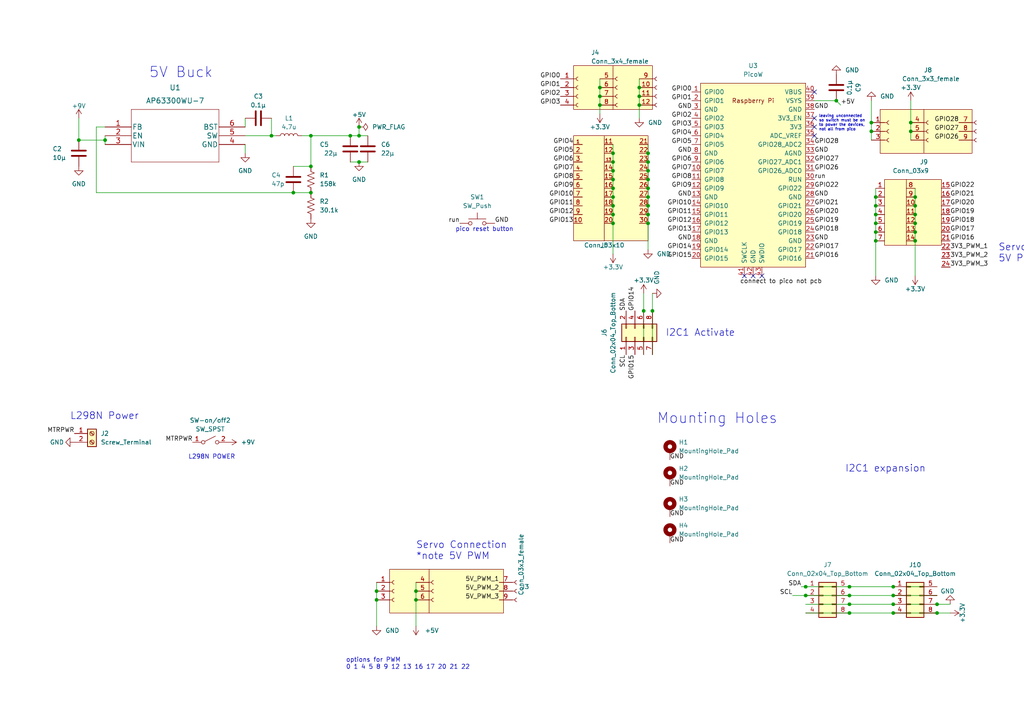
<source format=kicad_sch>
(kicad_sch (version 20211123) (generator eeschema)
  (paper "A4")
  (lib_symbols
    (symbol "Conn_02x04_Top_Bottom_1" (pin_names (offset 1.016) hide)
      (property "Reference" "J" (at 1.27 5.08 0))
      (property "Value" "Conn_02x04_Top_Bottom_1" (at 1.27 -7.62 0))
      (symbol "Conn_02x04_Top_Bottom_1_1_1"
        (pin passive line (at -5.08 2.54 0) (length 3.81) (name "Pin_1") (number "1"))
        (pin passive line (at -5.08 0 0) (length 3.81) (name "Pin_2") (number "2"))
        (pin passive line (at -5.08 -2.54 0) (length 3.81) (name "Pin_3") (number "3"))
        (pin passive line (at -5.08 -5.08 0) (length 3.81) (name "Pin_4") (number "4"))
        (pin passive line (at 7.62 2.54 180) (length 3.81) (name "Pin_5") (number "5"))
        (pin passive line (at 7.62 0 180) (length 3.81) (name "Pin_6") (number "6"))
        (pin passive line (at 7.62 -2.54 180) (length 3.81) (name "Pin_7") (number "7"))
        (pin passive line (at 7.62 -5.08 180) (length 3.81) (name "Pin_8") (number "8"))
      )
    )
    (symbol "Connector:Conn_03x10"
      (property "Reference" "J" (at 0 0 0))
      (property "Value" "Conn_03x10" (at 0 0 0))
      (symbol "Conn_03x10_1_1"
        (pin passive line (at -8.89 29.21 0) (length 2.54) (name "") (number "1"))
        (pin passive line (at -8.89 6.35 0) (length 2.54) (name "") (number "10"))
        (pin passive line (at 2.54 29.21 180) (length 2.54) (name "") (number "11"))
        (pin passive line (at 2.54 26.67 180) (length 2.54) (name "") (number "12"))
        (pin passive line (at 2.54 24.13 180) (length 2.54) (name "") (number "13"))
        (pin passive line (at 2.54 21.59 180) (length 2.54) (name "") (number "14"))
        (pin passive line (at 2.54 19.05 180) (length 2.54) (name "") (number "15"))
        (pin passive line (at 2.54 16.51 180) (length 2.54) (name "") (number "16"))
        (pin passive line (at 2.54 13.97 180) (length 2.54) (name "") (number "17"))
        (pin passive line (at 2.54 11.43 180) (length 2.54) (name "") (number "18"))
        (pin passive line (at 2.54 8.89 180) (length 2.54) (name "") (number "19"))
        (pin passive line (at -8.89 26.67 0) (length 2.54) (name "") (number "2"))
        (pin passive line (at 2.54 6.35 180) (length 2.54) (name "") (number "20"))
        (pin passive line (at 12.7 29.21 180) (length 2.54) (name "") (number "21"))
        (pin passive line (at 12.7 26.67 180) (length 2.54) (name "") (number "22"))
        (pin passive line (at 12.7 24.13 180) (length 2.54) (name "") (number "23"))
        (pin passive line (at 12.7 21.59 180) (length 2.54) (name "") (number "24"))
        (pin passive line (at 12.7 19.05 180) (length 2.54) (name "") (number "25"))
        (pin passive line (at 12.7 16.51 180) (length 2.54) (name "") (number "26"))
        (pin passive line (at 12.7 13.97 180) (length 2.54) (name "") (number "27"))
        (pin passive line (at 12.7 11.43 180) (length 2.54) (name "") (number "28"))
        (pin passive line (at 12.7 8.89 180) (length 2.54) (name "") (number "29"))
        (pin passive line (at -8.89 24.13 0) (length 2.54) (name "") (number "3"))
        (pin passive line (at 12.7 6.35 180) (length 2.54) (name "") (number "30"))
        (pin passive line (at -8.89 21.59 0) (length 2.54) (name "") (number "4"))
        (pin passive line (at -8.89 19.05 0) (length 2.54) (name "") (number "5"))
        (pin passive line (at -8.89 16.51 0) (length 2.54) (name "") (number "6"))
        (pin passive line (at -8.89 13.97 0) (length 2.54) (name "") (number "7"))
        (pin passive line (at -8.89 11.43 0) (length 2.54) (name "") (number "8"))
        (pin passive line (at -8.89 8.89 0) (length 2.54) (name "") (number "9"))
      )
    )
    (symbol "Connector:Conn_03x3_female"
      (property "Reference" "J?" (at 36.83 11.4301 0))
      (property "Value" "Conn_03x3_female" (at 36.83 8.8901 0))
      (symbol "Conn_03x3_female_1_1"
        (pin passive line (at -5.08 12.7 0) (length 3.81) (name "") (number "1"))
        (pin passive line (at -5.08 10.16 0) (length 3.81) (name "") (number "2"))
        (pin passive line (at -5.08 7.62 0) (length 3.81) (name "") (number "3"))
        (pin passive line (at 6.35 12.7 0) (length 3.81) (name "") (number "4"))
        (pin passive line (at 6.35 10.16 0) (length 3.81) (name "") (number "5"))
        (pin passive line (at 6.35 7.62 0) (length 3.81) (name "") (number "6"))
        (pin passive line (at 30.48 12.7 0) (length 3.81) (name "") (number "7"))
        (pin passive line (at 30.48 10.16 0) (length 3.81) (name "") (number "8"))
        (pin passive line (at 30.48 7.62 0) (length 3.81) (name "") (number "9"))
      )
    )
    (symbol "Connector:Conn_03x9"
      (property "Reference" "J10" (at 3.81 46.99 0))
      (property "Value" "Conn_03x9" (at 0 44.45 0))
      (symbol "Conn_03x9_1_1"
        (pin passive line (at -10.16 39.37 0) (length 2.54) (name "") (number "1"))
        (pin passive line (at 1.27 34.29 180) (length 2.54) (name "") (number "10"))
        (pin passive line (at 1.27 31.75 180) (length 2.54) (name "") (number "11"))
        (pin passive line (at 1.27 29.21 180) (length 2.54) (name "") (number "12"))
        (pin passive line (at 1.27 26.67 180) (length 2.54) (name "") (number "13"))
        (pin passive line (at 1.27 24.13 180) (length 2.54) (name "") (number "14"))
        (pin passive line (at 11.43 39.37 180) (length 2.54) (name "") (number "15"))
        (pin passive line (at 11.43 36.83 180) (length 2.54) (name "") (number "16"))
        (pin passive line (at 11.43 34.29 180) (length 2.54) (name "") (number "17"))
        (pin passive line (at 11.43 31.75 180) (length 2.54) (name "") (number "18"))
        (pin passive line (at 11.43 29.21 180) (length 2.54) (name "") (number "19"))
        (pin passive line (at -10.16 36.83 0) (length 2.54) (name "") (number "2"))
        (pin passive line (at 11.43 26.67 180) (length 2.54) (name "") (number "20"))
        (pin passive line (at 11.43 24.13 180) (length 2.54) (name "") (number "21"))
        (pin passive line (at 11.43 21.59 180) (length 2.54) (name "") (number "22"))
        (pin passive line (at 11.43 19.05 180) (length 2.54) (name "") (number "23"))
        (pin passive line (at 11.43 16.51 180) (length 2.54) (name "") (number "24"))
        (pin passive line (at -10.16 34.29 0) (length 2.54) (name "") (number "3"))
        (pin passive line (at -10.16 31.75 0) (length 2.54) (name "") (number "4"))
        (pin passive line (at -10.16 29.21 0) (length 2.54) (name "") (number "5"))
        (pin passive line (at -10.16 26.67 0) (length 2.54) (name "") (number "6"))
        (pin passive line (at -10.16 24.13 0) (length 2.54) (name "") (number "7"))
        (pin passive line (at 1.27 39.37 180) (length 2.54) (name "") (number "8"))
        (pin passive line (at 1.27 36.83 180) (length 2.54) (name "") (number "9"))
      )
    )
    (symbol "Connector:Conn_3x3_female"
      (property "Reference" "J?" (at 10.16 27.94 0))
      (property "Value" "Conn_3x3_female" (at 3.81 25.4 0))
      (symbol "Conn_3x3_female_1_1"
        (pin passive line (at -5.08 12.7 0) (length 3.81) (name "") (number "1"))
        (pin passive line (at -5.08 10.16 0) (length 3.81) (name "") (number "2"))
        (pin passive line (at -5.08 7.62 0) (length 3.81) (name "") (number "3"))
        (pin passive line (at 6.35 12.7 0) (length 3.81) (name "") (number "4"))
        (pin passive line (at 6.35 10.16 0) (length 3.81) (name "") (number "5"))
        (pin passive line (at 6.35 7.62 0) (length 3.81) (name "") (number "6"))
        (pin passive line (at 20.32 12.7 0) (length 3.81) (name "") (number "7"))
        (pin passive line (at 20.32 10.16 0) (length 3.81) (name "") (number "8"))
        (pin passive line (at 20.32 7.62 0) (length 3.81) (name "") (number "9"))
      )
    )
    (symbol "Connector:Conn_3x4_female"
      (property "Reference" "J" (at 0 -8.89 0))
      (property "Value" "Conn_3x4_female" (at 0 -11.43 0))
      (symbol "Conn_3x4_female_1_1"
        (pin passive line (at -5.08 12.7 0) (length 3.81) (name "") (number "1"))
        (pin passive line (at 17.78 10.16 0) (length 3.81) (name "") (number "10"))
        (pin passive line (at 17.78 7.62 0) (length 3.81) (name "") (number "11"))
        (pin passive line (at 17.78 5.08 0) (length 3.81) (name "") (number "12"))
        (pin passive line (at -5.08 10.16 0) (length 3.81) (name "") (number "2"))
        (pin passive line (at -5.08 7.62 0) (length 3.81) (name "") (number "3"))
        (pin passive line (at -5.08 5.08 0) (length 3.81) (name "") (number "4"))
        (pin passive line (at 6.35 12.7 0) (length 3.81) (name "") (number "5"))
        (pin passive line (at 6.35 10.16 0) (length 3.81) (name "") (number "6"))
        (pin passive line (at 6.35 7.62 0) (length 3.81) (name "") (number "7"))
        (pin passive line (at 6.35 5.08 0) (length 3.81) (name "") (number "8"))
        (pin passive line (at 17.78 12.7 0) (length 3.81) (name "") (number "9"))
      )
    )
    (symbol "Connector:Screw_Terminal_01x02" (pin_names (offset 1.016) hide)
      (property "Reference" "J" (at 0 2.54 0))
      (property "Value" "Screw_Terminal_01x02" (at 0 -5.08 0))
      (symbol "Screw_Terminal_01x02_1_1"
        (pin passive line (at -5.08 0 0) (length 3.81) (name "Pin_1") (number "1"))
        (pin passive line (at -5.08 -2.54 0) (length 3.81) (name "Pin_2") (number "2"))
      )
    )
    (symbol "Connector:TestPoint" (pin_numbers hide) (pin_names (offset 0.762) hide)
      (property "Reference" "TP" (at 0 6.858 0))
      (property "Value" "TestPoint" (at 0 5.08 0))
      (symbol "TestPoint_1_1"
        (pin passive line (at 0 0 90) (length 2.54) (name "1") (number "1"))
      )
    )
    (symbol "Connector_Generic:Conn_02x04_Top_Bottom" (pin_names (offset 1.016) hide)
      (property "Reference" "J?" (at 1.27 8.89 0))
      (property "Value" "Conn_02x04_Top_Bottom" (at 1.27 6.35 0))
      (symbol "Conn_02x04_Top_Bottom_1_1"
        (pin passive line (at -5.08 2.54 0) (length 3.81) (name "1") (number "1"))
        (pin passive line (at 7.62 2.54 180) (length 3.81) (name "2") (number "2"))
        (pin passive line (at -5.08 0 0) (length 3.81) (name "Pin_3") (number "3"))
        (pin passive line (at 7.62 0 180) (length 3.81) (name "4") (number "4"))
        (pin passive line (at -5.08 -2.54 0) (length 3.81) (name "5") (number "5"))
        (pin passive line (at 7.62 -2.54 180) (length 3.81) (name "6") (number "6"))
        (pin passive line (at -5.08 -5.08 0) (length 3.81) (name "7") (number "7"))
        (pin passive line (at 7.62 -5.08 180) (length 3.81) (name "Pin_8") (number "8"))
      )
    )
    (symbol "Device:C" (pin_numbers hide) (pin_names (offset 0.254))
      (property "Reference" "C" (at 0.635 2.54 0))
      (property "Value" "C" (at 0.635 -2.54 0))
      (symbol "C_1_1"
        (pin passive line (at 0 3.81 270) (length 2.794) (name "~") (number "1"))
        (pin passive line (at 0 -3.81 90) (length 2.794) (name "~") (number "2"))
      )
    )
    (symbol "Device:L" (pin_numbers hide) (pin_names (offset 1.016) hide)
      (property "Reference" "L" (at -1.27 0 90))
      (property "Value" "L" (at 1.905 0 90))
      (symbol "L_1_1"
        (pin passive line (at 0 3.81 270) (length 1.27) (name "1") (number "1"))
        (pin passive line (at 0 -3.81 90) (length 1.27) (name "2") (number "2"))
      )
    )
    (symbol "Device:LED" (pin_numbers hide) (pin_names (offset 1.016) hide)
      (property "Reference" "D" (at 0 2.54 0))
      (property "Value" "LED" (at 0 -2.54 0))
      (symbol "LED_1_1"
        (pin passive line (at -3.81 0 0) (length 2.54) (name "K") (number "1"))
        (pin passive line (at 3.81 0 180) (length 2.54) (name "A") (number "2"))
      )
    )
    (symbol "Device:R_US" (pin_numbers hide) (pin_names (offset 0))
      (property "Reference" "R" (at 2.54 0 90))
      (property "Value" "R_US" (at -2.54 0 90))
      (symbol "R_US_1_1"
        (pin passive line (at 0 3.81 270) (length 1.27) (name "~") (number "1"))
        (pin passive line (at 0 -3.81 90) (length 1.27) (name "~") (number "2"))
      )
    )
    (symbol "Mechanical:MountingHole_Pad" (pin_numbers hide) (pin_names (offset 1.016) hide)
      (property "Reference" "H" (at 0 6.35 0))
      (property "Value" "MountingHole_Pad" (at 0 4.445 0))
      (symbol "MountingHole_Pad_1_1"
        (pin input line (at 0 -2.54 90) (length 2.54) (name "1") (number "1"))
      )
    )
    (symbol "RPi_Pico:PicoW" (pin_names (offset 1.016))
      (property "Reference" "U" (at -13.97 27.94 0))
      (property "Value" "PicoW" (at 0 19.05 0))
      (symbol "PicoW_0_0"
        (text "Raspberry Pi" (at 0 21.59 0) (effects (font (size 1.27 1.27))))
      )
      (symbol "PicoW_1_1"
        (pin bidirectional line (at -17.78 24.13 0) (length 2.54) (name "GPIO0") (number "1"))
        (pin bidirectional line (at -17.78 1.27 0) (length 2.54) (name "GPIO7") (number "10"))
        (pin bidirectional line (at -17.78 -1.27 0) (length 2.54) (name "GPIO8") (number "11"))
        (pin bidirectional line (at -17.78 -3.81 0) (length 2.54) (name "GPIO9") (number "12"))
        (pin power_in line (at -17.78 -6.35 0) (length 2.54) (name "GND") (number "13"))
        (pin bidirectional line (at -17.78 -8.89 0) (length 2.54) (name "GPIO10") (number "14"))
        (pin bidirectional line (at -17.78 -11.43 0) (length 2.54) (name "GPIO11") (number "15"))
        (pin bidirectional line (at -17.78 -13.97 0) (length 2.54) (name "GPIO12") (number "16"))
        (pin bidirectional line (at -17.78 -16.51 0) (length 2.54) (name "GPIO13") (number "17"))
        (pin power_in line (at -17.78 -19.05 0) (length 2.54) (name "GND") (number "18"))
        (pin bidirectional line (at -17.78 -21.59 0) (length 2.54) (name "GPIO14") (number "19"))
        (pin bidirectional line (at -17.78 21.59 0) (length 2.54) (name "GPIO1") (number "2"))
        (pin bidirectional line (at -17.78 -24.13 0) (length 2.54) (name "GPIO15") (number "20"))
        (pin bidirectional line (at 17.78 -24.13 180) (length 2.54) (name "GPIO16") (number "21"))
        (pin bidirectional line (at 17.78 -21.59 180) (length 2.54) (name "GPIO17") (number "22"))
        (pin power_in line (at 17.78 -19.05 180) (length 2.54) (name "GND") (number "23"))
        (pin bidirectional line (at 17.78 -16.51 180) (length 2.54) (name "GPIO18") (number "24"))
        (pin bidirectional line (at 17.78 -13.97 180) (length 2.54) (name "GPIO19") (number "25"))
        (pin bidirectional line (at 17.78 -11.43 180) (length 2.54) (name "GPIO20") (number "26"))
        (pin bidirectional line (at 17.78 -8.89 180) (length 2.54) (name "GPIO21") (number "27"))
        (pin power_in line (at 17.78 -6.35 180) (length 2.54) (name "GND") (number "28"))
        (pin bidirectional line (at 17.78 -3.81 180) (length 2.54) (name "GPIO22") (number "29"))
        (pin power_in line (at -17.78 19.05 0) (length 2.54) (name "GND") (number "3"))
        (pin input line (at 17.78 -1.27 180) (length 2.54) (name "RUN") (number "30"))
        (pin bidirectional line (at 17.78 1.27 180) (length 2.54) (name "GPIO26_ADC0") (number "31"))
        (pin bidirectional line (at 17.78 3.81 180) (length 2.54) (name "GPIO27_ADC1") (number "32"))
        (pin power_in line (at 17.78 6.35 180) (length 2.54) (name "AGND") (number "33"))
        (pin bidirectional line (at 17.78 8.89 180) (length 2.54) (name "GPIO28_ADC2") (number "34"))
        (pin unspecified line (at 17.78 11.43 180) (length 2.54) (name "ADC_VREF") (number "35"))
        (pin unspecified line (at 17.78 13.97 180) (length 2.54) (name "3V3") (number "36"))
        (pin input line (at 17.78 16.51 180) (length 2.54) (name "3V3_EN") (number "37"))
        (pin bidirectional line (at 17.78 19.05 180) (length 2.54) (name "GND") (number "38"))
        (pin unspecified line (at 17.78 21.59 180) (length 2.54) (name "VSYS") (number "39"))
        (pin bidirectional line (at -17.78 16.51 0) (length 2.54) (name "GPIO2") (number "4"))
        (pin unspecified line (at 17.78 24.13 180) (length 2.54) (name "VBUS") (number "40"))
        (pin input line (at -2.54 -29.21 90) (length 2.54) (name "SWCLK") (number "41"))
        (pin power_in line (at 0 -29.21 90) (length 2.54) (name "GND") (number "42"))
        (pin bidirectional line (at 2.54 -29.21 90) (length 2.54) (name "SWDIO") (number "43"))
        (pin bidirectional line (at -17.78 13.97 0) (length 2.54) (name "GPIO3") (number "5"))
        (pin bidirectional line (at -17.78 11.43 0) (length 2.54) (name "GPIO4") (number "6"))
        (pin bidirectional line (at -17.78 8.89 0) (length 2.54) (name "GPIO5") (number "7"))
        (pin power_in line (at -17.78 6.35 0) (length 2.54) (name "GND") (number "8"))
        (pin bidirectional line (at -17.78 3.81 0) (length 2.54) (name "GPIO6") (number "9"))
      )
    )
    (symbol "Regulator_Linear:AP2115M-3.3TRG1" (pin_names (offset 0.254))
      (property "Reference" "U" (at 20.32 10.16 0))
      (property "Value" "AP2115M-3.3TRG1" (at 20.32 7.62 0))
      (symbol "AP2115M-3.3TRG1_1_1"
        (pin output line (at 0 0 0) (length 7.62) (name "VOUT") (number "1"))
        (pin no_connect line (at 0 -2.54 0) (length 7.62) (name "NC") (number "2"))
        (pin no_connect line (at 0 -5.08 0) (length 7.62) (name "NC") (number "3"))
        (pin no_connect line (at 0 -7.62 0) (length 7.62) (name "NC") (number "4"))
        (pin unspecified line (at 40.64 -7.62 180) (length 7.62) (name "EN") (number "5"))
        (pin power_in line (at 40.64 -5.08 180) (length 7.62) (name "GND") (number "6"))
        (pin input line (at 40.64 -2.54 180) (length 7.62) (name "GND") (number "7"))
        (pin unspecified line (at 40.64 0 180) (length 7.62) (name "VIN") (number "8"))
      )
    )
    (symbol "Switch:SW_Push" (pin_numbers hide) (pin_names (offset 1.016) hide)
      (property "Reference" "SW" (at 1.27 2.54 0))
      (property "Value" "SW_Push" (at 0 -1.524 0))
      (symbol "SW_Push_0_1"
        (pin passive line (at -5.08 0 0) (length 2.54) (name "1") (number "1"))
        (pin passive line (at 5.08 0 180) (length 2.54) (name "2") (number "2"))
      )
    )
    (symbol "Switch:SW_SPST" (pin_names (offset 0) hide)
      (property "Reference" "SW" (at 0 3.175 0))
      (property "Value" "SW_SPST" (at 0 -2.54 0))
      (symbol "SW_SPST_1_1"
        (pin passive line (at -5.08 0 0) (length 2.54) (name "A") (number "1"))
        (pin passive line (at 5.08 0 180) (length 2.54) (name "B") (number "2"))
      )
    )
    (symbol "Transistor_FET:BSS138" (pin_names hide)
      (property "Reference" "Q" (at 5.08 1.905 0))
      (property "Value" "BSS138" (at 5.08 0 0))
      (symbol "BSS138_1_1"
        (pin input line (at -5.08 0 0) (length 2.54) (name "G") (number "1"))
        (pin passive line (at 2.54 -5.08 90) (length 2.54) (name "S") (number "2"))
        (pin passive line (at 2.54 5.08 270) (length 2.54) (name "D") (number "3"))
      )
    )
    (symbol "power:+3.3V" (power) (pin_names (offset 0))
      (property "Value" "+3.3V" (at 0 3.556 0))
      (symbol "+3.3V_1_1"
        (pin power_in line (at 0 0 90) (length 0) hide (name "+3.3V") (number "1"))
      )
    )
    (symbol "power:+5V" (power) (pin_names (offset 0))
      (property "Value" "+5V" (at 0 3.556 0))
      (symbol "+5V_1_1"
        (pin power_in line (at 0 0 90) (length 0) hide (name "+5V") (number "1"))
      )
    )
    (symbol "power:+9V" (power) (pin_names (offset 0))
      (property "Value" "+9V" (at 0 3.556 0))
      (symbol "+9V_1_1"
        (pin power_in line (at 0 0 90) (length 0) hide (name "+9V") (number "1"))
      )
    )
    (symbol "power:GND" (power) (pin_names (offset 0))
      (property "Value" "GND" (at 0 -3.81 0))
      (symbol "GND_1_1"
        (pin power_in line (at 0 0 270) (length 0) hide (name "GND") (number "1"))
      )
    )
    (symbol "power:PJ-006A" (pin_names (offset 1.016) hide)
      (property "Reference" "J" (at -7.62 5.08 0))
      (property "Value" "PJ-006A" (at -7.62 -5.08 0))
      (symbol "PJ-006A_0_0"
        (pin passive line (at 5.08 2.54 180) (length 5.08) (name "~") (number "1"))
        (pin passive line (at 5.08 -2.54 180) (length 5.08) (name "~") (number "2"))
        (pin passive line (at 5.08 0 180) (length 5.08) (name "~") (number "3"))
      )
    )
    (symbol "power:PWR_FLAG" (power) (pin_numbers hide) (pin_names (offset 0) hide)
      (property "Value" "PWR_FLAG" (at 0 3.81 0))
      (symbol "PWR_FLAG_0_0"
        (pin power_out line (at 0 0 90) (length 0) (name "pwr") (number "1"))
      )
    )
    (symbol "ultralibrarian:AP63300WU-7" (pin_names (offset 0.254))
      (property "Reference" "U" (at 20.32 10.16 0))
      (property "Value" "AP63300WU-7" (at 20.32 7.62 0))
      (symbol "AP63300WU-7_1_1"
        (pin unspecified line (at 0 0 0) (length 7.62) (name "FB") (number "1"))
        (pin unspecified line (at 0 -2.54 0) (length 7.62) (name "EN") (number "2"))
        (pin unspecified line (at 0 -5.08 0) (length 7.62) (name "VIN") (number "3"))
        (pin power_in line (at 40.64 -5.08 180) (length 7.62) (name "GND") (number "4"))
        (pin unspecified line (at 40.64 -2.54 180) (length 7.62) (name "SW") (number "5"))
        (pin unspecified line (at 40.64 0 180) (length 7.62) (name "BST") (number "6"))
      )
    )
  )
  (junction (at 317.5 184.15))
  (junction (at 187.96 59.69))
  (junction (at 210.82 -21.59))
  (junction (at 187.96 49.53))
  (junction (at 271.78 175.26))
  (junction (at 254 59.69))
  (junction (at 177.8 52.07))
  (junction (at 360.68 170.18))
  (junction (at 177.8 44.45))
  (junction (at 109.22 173.99))
  (junction (at 185.42 27.94))
  (junction (at 252.73 38.1))
  (junction (at 173.99 27.94))
  (junction (at -33.02 50.8))
  (junction (at 246.38 172.72))
  (junction (at 246.38 170.18))
  (junction (at 252.73 35.56))
  (junction (at 173.99 30.48))
  (junction (at 259.08 170.18))
  (junction (at 346.71 184.15))
  (junction (at 265.43 62.23))
  (junction (at 331.47 184.15))
  (junction (at 259.08 175.26))
  (junction (at 177.8 59.69))
  (junction (at 104.14 39.37))
  (junction (at 104.14 46.99))
  (junction (at 265.43 57.15))
  (junction (at 254 62.23))
  (junction (at 90.17 48.26))
  (junction (at 259.08 172.72))
  (junction (at 233.68 172.72))
  (junction (at 185.42 25.4))
  (junction (at 90.17 55.88))
  (junction (at 207.01 -21.59))
  (junction (at 254 57.15))
  (junction (at 173.99 25.4))
  (junction (at 187.96 52.07))
  (junction (at 78.74 39.37))
  (junction (at 259.08 177.8))
  (junction (at 264.16 38.1))
  (junction (at 331.47 170.18))
  (junction (at 246.38 175.26))
  (junction (at 177.8 62.23))
  (junction (at 30.48 40.64))
  (junction (at 177.8 57.15))
  (junction (at 265.43 69.85))
  (junction (at 177.8 49.53))
  (junction (at 302.26 184.15))
  (junction (at 246.38 177.8))
  (junction (at 242.57 29.21))
  (junction (at 120.65 171.45))
  (junction (at -53.34 35.56))
  (junction (at 187.96 54.61))
  (junction (at 189.23 90.17))
  (junction (at -30.48 50.8))
  (junction (at 187.96 62.23))
  (junction (at 101.6 39.37))
  (junction (at 187.96 44.45))
  (junction (at 109.22 171.45))
  (junction (at 90.17 39.37))
  (junction (at 104.14 36.83))
  (junction (at 271.78 177.8))
  (junction (at -33.02 33.02))
  (junction (at 233.68 170.18))
  (junction (at 186.69 90.17))
  (junction (at 360.68 184.15))
  (junction (at 375.92 184.15))
  (junction (at 120.65 173.99))
  (junction (at 187.96 57.15))
  (junction (at 265.43 59.69))
  (junction (at 254 67.31))
  (junction (at 265.43 67.31))
  (junction (at 187.96 64.77))
  (junction (at -33.02 54.61))
  (junction (at -33.02 29.21))
  (junction (at 264.16 35.56))
  (junction (at 254 69.85))
  (junction (at 265.43 64.77))
  (junction (at 22.86 40.64))
  (junction (at 85.09 55.88))
  (junction (at 177.8 46.99))
  (junction (at 254 64.77))
  (junction (at 177.8 54.61))
  (junction (at 153.67 -21.59))
  (junction (at 177.8 64.77))
  (junction (at 187.96 46.99))
  (junction (at 185.42 30.48))
  (junction (at 302.26 170.18))
  (no_connect (at 218.44 80.01))
  (no_connect (at 236.22 34.29))
  (no_connect (at 236.22 39.37))
  (no_connect (at 220.98 80.01))
  (no_connect (at 236.22 26.67))
  (no_connect (at 236.22 36.83))
  (no_connect (at 215.9 80.01))
  (wire (pts (xy -53.34 35.56) (xy -50.8 35.56)))
  (wire (pts (xy 252.73 35.56) (xy 252.73 38.1)))
  (wire (pts (xy 71.12 41.91) (xy 71.12 44.45)))
  (wire (pts (xy 360.68 168.91) (xy 360.68 170.18)))
  (wire (pts (xy 148.59 -21.59) (xy 153.67 -21.59)))
  (wire (pts (xy 302.26 170.18) (xy 302.26 172.72)))
  (wire (pts (xy 109.22 171.45) (xy 109.22 173.99)))
  (wire (pts (xy 233.68 170.18) (xy 246.38 170.18)))
  (wire (pts (xy 27.94 36.83) (xy 30.48 36.83)))
  (wire (pts (xy 109.22 168.91) (xy 109.22 171.45)))
  (wire (pts (xy 317.5 180.34) (xy 317.5 184.15)))
  (wire (pts (xy 153.67 -21.59) (xy 156.21 -21.59)))
  (wire (pts (xy 265.43 64.77) (xy 265.43 67.31)))
  (wire (pts (xy 173.99 22.86) (xy 173.99 25.4)))
  (wire (pts (xy 177.8 41.91) (xy 177.8 44.45)))
  (wire (pts (xy 177.8 59.69) (xy 177.8 62.23)))
  (wire (pts (xy 254 57.15) (xy 254 59.69)))
  (wire (pts (xy 189.23 90.17) (xy 189.23 85.09)))
  (wire (pts (xy 339.09 176.53) (xy 339.09 170.18)))
  (wire (pts (xy -53.34 33.02) (xy -46.99 33.02)))
  (wire (pts (xy 339.09 170.18) (xy 331.47 170.18)))
  (wire (pts (xy 173.99 30.48) (xy 173.99 33.02)))
  (wire (pts (xy 309.88 176.53) (xy 309.88 170.18)))
  (wire (pts (xy 358.14 184.15) (xy 360.68 184.15)))
  (wire (pts (xy 177.8 52.07) (xy 177.8 54.61)))
  (wire (pts (xy 196.85 -21.59) (xy 207.01 -21.59)))
  (wire (pts (xy 177.8 54.61) (xy 177.8 57.15)))
  (wire (pts (xy 368.3 170.18) (xy 360.68 170.18)))
  (wire (pts (xy 207.01 -21.59) (xy 207.01 -13.97)))
  (wire (pts (xy 265.43 59.69) (xy 265.43 62.23)))
  (wire (pts (xy 264.16 35.56) (xy 264.16 38.1)))
  (wire (pts (xy 264.16 38.1) (xy 264.16 40.64)))
  (wire (pts (xy 177.8 46.99) (xy 177.8 49.53)))
  (wire (pts (xy 210.82 -22.86) (xy 210.82 -21.59)))
  (wire (pts (xy 344.17 184.15) (xy 346.71 184.15)))
  (wire (pts (xy 317.5 168.91) (xy 317.5 172.72)))
  (wire (pts (xy 271.78 177.8) (xy 275.59 177.8)))
  (wire (pts (xy 360.68 184.15) (xy 363.22 184.15)))
  (wire (pts (xy 85.09 48.26) (xy 90.17 48.26)))
  (wire (pts (xy 331.47 170.18) (xy 331.47 172.72)))
  (wire (pts (xy 317.5 184.15) (xy 321.31 184.15)))
  (wire (pts (xy 187.96 41.91) (xy 187.96 44.45)))
  (wire (pts (xy 302.26 184.15) (xy 304.8 184.15)))
  (wire (pts (xy -50.8 50.8) (xy -33.02 50.8)))
  (wire (pts (xy 254 54.61) (xy 254 57.15)))
  (wire (pts (xy 207.01 -21.59) (xy 210.82 -21.59)))
  (wire (pts (xy -33.02 33.02) (xy -30.48 33.02)))
  (wire (pts (xy 314.96 184.15) (xy 317.5 184.15)))
  (wire (pts (xy -33.02 50.8) (xy -30.48 50.8)))
  (wire (pts (xy 299.72 184.15) (xy 302.26 184.15)))
  (wire (pts (xy 331.47 168.91) (xy 331.47 170.18)))
  (wire (pts (xy 27.94 55.88) (xy 27.94 36.83)))
  (wire (pts (xy 265.43 54.61) (xy 265.43 57.15)))
  (wire (pts (xy 246.38 177.8) (xy 259.08 177.8)))
  (wire (pts (xy 104.14 39.37) (xy 106.68 39.37)))
  (wire (pts (xy 265.43 57.15) (xy 265.43 59.69)))
  (wire (pts (xy 210.82 -21.59) (xy 213.36 -21.59)))
  (wire (pts (xy 331.47 184.15) (xy 334.01 184.15)))
  (wire (pts (xy 186.69 85.09) (xy 186.69 90.17)))
  (wire (pts (xy -50.8 35.56) (xy -50.8 50.8)))
  (wire (pts (xy 120.65 173.99) (xy 120.65 181.61)))
  (wire (pts (xy 173.99 27.94) (xy 173.99 30.48)))
  (wire (pts (xy 22.86 40.64) (xy 30.48 40.64)))
  (wire (pts (xy 120.65 171.45) (xy 120.65 173.99)))
  (wire (pts (xy 185.42 22.86) (xy 185.42 25.4)))
  (wire (pts (xy 302.26 180.34) (xy 302.26 184.15)))
  (wire (pts (xy 186.69 102.87) (xy 186.69 90.17)))
  (wire (pts (xy 252.73 29.21) (xy 252.73 35.56)))
  (wire (pts (xy 101.6 46.99) (xy 104.14 46.99)))
  (wire (pts (xy 90.17 39.37) (xy 101.6 39.37)))
  (wire (pts (xy -30.48 45.72) (xy -30.48 50.8)))
  (wire (pts (xy 187.96 44.45) (xy 187.96 46.99)))
  (wire (pts (xy 187.96 62.23) (xy 187.96 64.77)))
  (wire (pts (xy 331.47 180.34) (xy 331.47 184.15)))
  (wire (pts (xy 373.38 184.15) (xy 375.92 184.15)))
  (wire (pts (xy 232.41 170.18) (xy 233.68 170.18)))
  (wire (pts (xy 259.08 177.8) (xy 271.78 177.8)))
  (wire (pts (xy 265.43 69.85) (xy 265.43 80.01)))
  (wire (pts (xy -30.48 38.1) (xy -30.48 33.02)))
  (wire (pts (xy 30.48 39.37) (xy 30.48 40.64)))
  (wire (pts (xy 229.87 172.72) (xy 233.68 172.72)))
  (wire (pts (xy 259.08 175.26) (xy 271.78 175.26)))
  (wire (pts (xy 254 62.23) (xy 254 64.77)))
  (wire (pts (xy 177.8 57.15) (xy 177.8 59.69)))
  (wire (pts (xy 185.42 30.48) (xy 185.42 34.29)))
  (wire (pts (xy 90.17 39.37) (xy 90.17 48.26)))
  (wire (pts (xy 187.96 49.53) (xy 187.96 52.07)))
  (wire (pts (xy 104.14 36.83) (xy 104.14 39.37)))
  (wire (pts (xy 185.42 25.4) (xy 185.42 27.94)))
  (wire (pts (xy 173.99 25.4) (xy 173.99 27.94)))
  (wire (pts (xy 302.26 168.91) (xy 302.26 170.18)))
  (wire (pts (xy 265.43 67.31) (xy 265.43 69.85)))
  (wire (pts (xy 187.96 57.15) (xy 187.96 59.69)))
  (wire (pts (xy 187.96 64.77) (xy 187.96 72.39)))
  (wire (pts (xy 259.08 170.18) (xy 271.78 170.18)))
  (wire (pts (xy 177.8 64.77) (xy 177.8 73.66)))
  (wire (pts (xy 187.96 52.07) (xy 187.96 54.61)))
  (wire (pts (xy 375.92 168.91) (xy 375.92 172.72)))
  (wire (pts (xy 375.92 180.34) (xy 375.92 184.15)))
  (wire (pts (xy 71.12 36.83) (xy 71.12 34.29)))
  (wire (pts (xy 85.09 55.88) (xy 90.17 55.88)))
  (wire (pts (xy 87.63 39.37) (xy 90.17 39.37)))
  (wire (pts (xy 246.38 170.18) (xy 259.08 170.18)))
  (wire (pts (xy 360.68 180.34) (xy 360.68 184.15)))
  (wire (pts (xy 264.16 29.21) (xy 264.16 35.56)))
  (wire (pts (xy -30.48 50.8) (xy -19.05 50.8)))
  (wire (pts (xy 246.38 172.72) (xy 259.08 172.72)))
  (wire (pts (xy 177.8 62.23) (xy 177.8 64.77)))
  (wire (pts (xy 368.3 176.53) (xy 368.3 170.18)))
  (wire (pts (xy -53.34 35.56) (xy -53.34 38.1)))
  (wire (pts (xy 185.42 27.94) (xy 185.42 30.48)))
  (wire (pts (xy 120.65 168.91) (xy 120.65 171.45)))
  (wire (pts (xy 246.38 175.26) (xy 259.08 175.26)))
  (wire (pts (xy 210.82 -30.48) (xy 210.82 -29.21)))
  (wire (pts (xy 375.92 184.15) (xy 379.73 184.15)))
  (wire (pts (xy 153.67 -24.13) (xy 153.67 -21.59)))
  (wire (pts (xy 104.14 46.99) (xy 106.68 46.99)))
  (wire (pts (xy 233.68 177.8) (xy 246.38 177.8)))
  (wire (pts (xy 254 59.69) (xy 254 62.23)))
  (wire (pts (xy 30.48 40.64) (xy 30.48 41.91)))
  (wire (pts (xy 187.96 54.61) (xy 187.96 57.15)))
  (wire (pts (xy -33.02 50.8) (xy -33.02 54.61)))
  (wire (pts (xy 22.86 34.29) (xy 22.86 40.64)))
  (wire (pts (xy 254 69.85) (xy 254 80.01)))
  (wire (pts (xy -33.02 29.21) (xy -33.02 33.02)))
  (wire (pts (xy 242.57 29.21) (xy 243.84 30.48)))
  (wire (pts (xy 233.68 172.72) (xy 246.38 172.72)))
  (wire (pts (xy 78.74 34.29) (xy 78.74 39.37)))
  (wire (pts (xy 187.96 59.69) (xy 187.96 62.23)))
  (wire (pts (xy 328.93 184.15) (xy 331.47 184.15)))
  (wire (pts (xy 265.43 62.23) (xy 265.43 64.77)))
  (wire (pts (xy 80.01 39.37) (xy 78.74 39.37)))
  (wire (pts (xy 346.71 180.34) (xy 346.71 184.15)))
  (wire (pts (xy 236.22 29.21) (xy 242.57 29.21)))
  (wire (pts (xy 233.68 175.26) (xy 246.38 175.26)))
  (wire (pts (xy 254 67.31) (xy 254 69.85)))
  (wire (pts (xy 101.6 39.37) (xy 104.14 39.37)))
  (wire (pts (xy 259.08 172.72) (xy 271.78 172.72)))
  (wire (pts (xy 346.71 168.91) (xy 346.71 172.72)))
  (wire (pts (xy 360.68 170.18) (xy 360.68 172.72)))
  (wire (pts (xy -36.83 33.02) (xy -33.02 33.02)))
  (wire (pts (xy 85.09 55.88) (xy 27.94 55.88)))
  (wire (pts (xy 187.96 46.99) (xy 187.96 49.53)))
  (wire (pts (xy 189.23 102.87) (xy 189.23 90.17)))
  (wire (pts (xy 254 64.77) (xy 254 67.31)))
  (wire (pts (xy 346.71 184.15) (xy 350.52 184.15)))
  (wire (pts (xy 71.12 39.37) (xy 78.74 39.37)))
  (wire (pts (xy 252.73 38.1) (xy 252.73 40.64)))
  (wire (pts (xy 196.85 -13.97) (xy 207.01 -13.97)))
  (wire (pts (xy 177.8 49.53) (xy 177.8 52.07)))
  (wire (pts (xy 177.8 44.45) (xy 177.8 46.99)))
  (wire (pts (xy 271.78 175.26) (xy 275.59 175.26)))
  (wire (pts (xy 309.88 170.18) (xy 302.26 170.18)))
  (wire (pts (xy 109.22 173.99) (xy 109.22 181.61)))
  (text "gpio options for I2C1 bus\nSCL: 3 7 11 15 19\nSDA: 2 6 10 14 18\n" (at 297.18 127 0) (effects (font (size 1.27 1.27)) (justify left bottom)))
  (text "Mounting Holes" (at 190.5 123.19 0) (effects (font (size 3 3)) (justify left bottom)))
  (text "Servo Activate\n5V PWM activate" (at 289.56 76.2 0) (effects (font (size 2 2)) (justify left bottom)))
  (text "this allows for gpio to be used\nand expansion pins to be used\n*must activate breakouts to only use one at a time" (at 298.45 97.79 0) (effects (font (size 1.27 1.27)) (justify left bottom)))
  (text "I2C1 expansion" (at 245.11 137.16 0) (effects (font (size 2 2)) (justify left bottom)))
  (text "3V3 Regulator" (at 161.29 -36.83 0) (effects (font (size 3 3)) (justify left bottom)))
  (text "3v3 to 5V level shifter\n" (at 323.85 156.21 0) (effects (font (size 2 2)) (justify left bottom)))
  (text "Servo Connection\n*note 5V PWM" (at 120.65 162.56 0) (effects (font (size 2 2)) (justify left bottom)))
  (text "options for PWM\n0 1 4 5 8 9 12 13 16 17 20 21 22" (at 100.33 194.31 0) (effects (font (size 1.27 1.27)) (justify left bottom)))
  (text "Power Input" (at -45.72 17.78 0) (effects (font (size 3 3)) (justify left bottom)))
  (text "based on sparkfun's" (at 330.2 158.75 0) (effects (font (size 1.27 1.27)) (justify left bottom)))
  (text "pico reset button\n" (at 132.08 67.31 0) (effects (font (size 1.27 1.27)) (justify left bottom)))
  (text "L298N Power" (at 20.32 121.92 0) (effects (font (size 2 2)) (justify left bottom)))
  (text "5V Buck\n" (at 43.18 22.86 0) (effects (font (size 3 3)) (justify left bottom)))
  (text "9V Battery from barrel jack" (at -45.72 20.32 0) (effects (font (size 1.27 1.27)) (justify left bottom)))
  (text "leaving unconnected\nso switch must be on \nto power the devices, \nnot all from pico" (at 237.49 38.1 0) (effects (font (size 0.8 0.8)) (justify left bottom)))
  (text "notes:\nSPI1, I2C0, UART0 used for wifi\ngoing to breakout I2C1\n\n" (at 298.45 109.22 0) (effects (font (size 1.27 1.27)) (justify left bottom)))
  (text "Indicator LED" (at 234.95 -38.1 0) (effects (font (size 1.27 1.27)) (justify left bottom)))
  (text "L298N POWER" (at 54.61 133.35 0) (effects (font (size 1.27 1.27)) (justify left bottom)))
  (text "I2C1 Activate" (at 193.04 97.79 0) (effects (font (size 2 2)) (justify left bottom)))
  (label "GPIO13" (at 200.66 67.31 180))
  (label "GPIO27" (at 236.22 46.99 0))
  (label "GPIO5" (at 200.66 41.91 180))
  (label "GPIO0" (at 200.66 26.67 180))
  (label "GPIO7" (at 166.37 49.53 180))
  (label "GPIO9" (at 166.37 54.61 180))
  (label "GPIO21" (at 236.22 59.69 0))
  (label "5V_PWM_2" (at 328.93 184.15 270))
  (label "GPIO0" (at 162.56 22.86 180))
  (label "SCL" (at 229.87 172.72 180))
  (label "GPIO18" (at 236.22 67.31 0))
  (label "GPIO5" (at 166.37 44.45 180))
  (label "GPIO2" (at 162.56 27.94 180))
  (label "5V_PWM_1" (at 299.72 184.15 270))
  (label "GND" (at 200.66 69.85 180))
  (label "GPIO8" (at 166.37 52.07 180))
  (label "GPIO22" (at 236.22 54.61 0))
  (label "SCL" (at 181.61 102.87 270))
  (label "GPIO15" (at 200.66 74.93 180))
  (label "GND" (at 143.51 64.77 0))
  (label "GPIO26" (at 236.22 49.53 0))
  (label "GPIO19" (at 236.22 64.77 0))
  (label "GPIO1" (at 162.56 25.4 180))
  (label "GPIO16" (at 275.59 69.85 0))
  (label "GPIO15" (at 184.15 102.87 270))
  (label "GPIO26" (at 278.13 40.64 180))
  (label "3V3_PWM_3" (at 379.73 184.15 270))
  (label "GPIO28" (at 236.22 41.91 0))
  (label "GPIO10" (at 200.66 59.69 180))
  (label "GND" (at 194.31 149.86 0))
  (label "GPIO10" (at 166.37 57.15 180))
  (label "GND" (at 194.31 133.35 0))
  (label "3V3_PWM_2" (at 275.59 74.93 0))
  (label "GND" (at 236.22 31.75 0))
  (label "GND" (at 200.66 31.75 180))
  (label "GPIO16" (at 236.22 74.93 0))
  (label "GPIO19" (at 275.59 62.23 0))
  (label "GPIO1" (at 200.66 29.21 180))
  (label "GPIO17" (at 236.22 72.39 0))
  (label "5V_PWM_3" (at 358.14 184.15 270))
  (label "GPIO3" (at 200.66 36.83 180))
  (label "GPIO3" (at 162.56 30.48 180))
  (label "connect to pico not pcb" (at 214.63 82.55 0))
  (label "GPIO7" (at 200.66 49.53 180))
  (label "GPIO14" (at 200.66 72.39 180))
  (label "GPIO13" (at 166.37 64.77 180))
  (label "5V_PWM_2" (at 144.78 171.45 180))
  (label "GPIO11" (at 166.37 59.69 180))
  (label "GPIO20" (at 236.22 62.23 0))
  (label "+5V" (at 243.84 30.48 0))
  (label "GPIO22" (at 275.59 54.61 0))
  (label "3V3_PWM_1" (at 275.59 72.39 0))
  (label "GPIO28" (at 278.13 35.56 180))
  (label "MTRPWR" (at 55.88 128.27 180))
  (label "GPIO17" (at 275.59 67.31 0))
  (label "GPIO21" (at 275.59 57.15 0))
  (label "run" (at 236.22 52.07 0))
  (label "3V3_PWM_2" (at 350.52 184.15 270))
  (label "GPIO12" (at 200.66 64.77 180))
  (label "5V_PWM_1" (at 144.78 168.91 180))
  (label "MTRPWR" (at 21.59 125.73 180))
  (label "GND" (at 194.31 157.48 0))
  (label "GPIO4" (at 200.66 39.37 180))
  (label "GPIO12" (at 166.37 62.23 180))
  (label "GND" (at 236.22 44.45 0))
  (label "SDA" (at 181.61 90.17 90))
  (label "GPIO14" (at 184.15 90.17 90))
  (label "GND" (at 194.31 140.97 0))
  (label "GND" (at 236.22 57.15 0))
  (label "GPIO27" (at 278.13 38.1 180))
  (label "GPIO6" (at 200.66 46.99 180))
  (label "3V3_PWM_3" (at 275.59 77.47 0))
  (label "GND" (at 200.66 44.45 180))
  (label "GPIO11" (at 200.66 62.23 180))
  (label "GPIO20" (at 275.59 59.69 0))
  (label "GND" (at 236.22 69.85 0))
  (label "GPIO18" (at 275.59 64.77 0))
  (label "GND" (at 200.66 57.15 180))
  (label "GPIO9" (at 200.66 54.61 180))
  (label "run" (at 133.35 64.77 180))
  (label "5V_PWM_3" (at 144.78 173.99 180))
  (label "GPIO2" (at 200.66 34.29 180))
  (label "GPIO6" (at 166.37 46.99 180))
  (label "SDA" (at 232.41 170.18 180))
  (label "GPIO8" (at 200.66 52.07 180))
  (label "3V3_PWM_1" (at 321.31 184.15 270))
  (label "GPIO4" (at 166.37 41.91 180))
  (symbol (lib_id "Transistor_FET:BSS138") (at 309.88 181.61 270) (unit 1)
    (property "Reference" "Q1" (at 309.88 189.23 90))
    (property "Value" "BSS138" (at 309.88 191.77 90))
    (property "Footprint" "Package_TO_SOT_SMD:SOT-23" (effects hide))
    (property "Datasheet" "https://www.onsemi.com/pub/Collateral/BSS138-D.PDF" (effects hide))
  )
  (symbol (lib_id "Regulator_Linear:AP2115M-3.3TRG1") (at 156.21 -21.59 0) (unit 1)
    (property "Reference" "U2" (at 176.53 -33.02 0) (effects (font (size 1.524 1.524))))
    (property "Value" "AP2115M-3.3TRG1" (at 176.53 -29.21 0) (effects (font (size 1.524 1.524))))
    (property "Footprint" "Package_SO:AP2115M-3.3TRG1" (effects hide))
  )
  (symbol (lib_id "power:GND") (at 187.96 72.39 0) (unit 1)
    (property "Reference" "#PWR019" (effects hide))
    (property "Value" "GND" (at 190.5 73.6599 0) (effects (justify left)))
  )
  (symbol (lib_id "Device:L") (at 83.82 39.37 90) (unit 1)
    (property "Reference" "L1" (at 83.82 34.29 90))
    (property "Value" "4.7u" (at 83.82 36.83 90))
    (property "Footprint" "Inductor_SMD:BWVS00606045" (effects hide))
  )
  (symbol (lib_id "Device:C") (at 106.68 43.18 0) (unit 1)
    (property "Reference" "C6" (at 110.49 41.9099 0) (effects (justify left)))
    (property "Value" "22μ" (at 110.49 44.45 0) (effects (justify left)))
    (property "Footprint" "Capacitor_SMD:C_0805_2012Metric" (effects hide))
  )
  (symbol (lib_id "power:+3.3V") (at 177.8 73.66 180) (unit 1)
    (property "Reference" "#PWR016" (effects hide))
    (property "Value" "+3.3V" (at 177.8 77.47 0))
  )
  (symbol (lib_id "Transistor_FET:BSS138") (at 339.09 181.61 270) (unit 1)
    (property "Reference" "Q2" (at 339.09 189.23 90))
    (property "Value" "BSS138" (at 339.09 191.77 90))
    (property "Footprint" "Package_TO_SOT_SMD:SOT-23" (effects hide))
    (property "Datasheet" "https://www.onsemi.com/pub/Collateral/BSS138-D.PDF" (effects hide))
  )
  (symbol (lib_id "power:GND") (at 22.86 48.26 0) (unit 1)
    (property "Reference" "#PWR05" (effects hide))
    (property "Value" "GND" (at 22.86 53.34 0))
  )
  (symbol (lib_id "power:+3.3V") (at 186.69 85.09 0) (unit 1)
    (property "Reference" "#PWR018" (effects hide))
    (property "Value" "+3.3V" (at 186.69 81.28 0))
  )
  (symbol (lib_id "power:GND") (at 240.03 -15.24 0) (unit 1)
    (property "Reference" "#PWR026" (effects hide))
    (property "Value" "GND" (at 240.03 -10.16 0))
  )
  (symbol (lib_id "power:+5V") (at 120.65 181.61 180) (unit 1)
    (property "Reference" "#PWR012" (effects hide))
    (property "Value" "+5V" (at 123.19 182.8799 0) (effects (justify right)))
  )
  (symbol (lib_id "power:GND") (at 90.17 63.5 0) (unit 1)
    (property "Reference" "#PWR08" (effects hide))
    (property "Value" "GND" (at 90.17 68.58 0))
  )
  (symbol (lib_id "Device:R_US") (at 375.92 176.53 0) (unit 1)
    (property "Reference" "R9" (at 378.46 175.2599 0) (effects (justify left)))
    (property "Value" "10K" (at 378.46 177.7999 0) (effects (justify left)))
    (property "Footprint" "Resistor_SMD:R_0402_1005Metric" (effects hide))
  )
  (symbol (lib_id "power:+3.3V") (at 264.16 29.21 0) (unit 1)
    (property "Reference" "#PWR029" (effects hide))
    (property "Value" "+3.3V" (at 264.16 25.4 0))
  )
  (symbol (lib_id "Device:LED") (at 240.03 -26.67 270) (mirror x) (unit 1)
    (property "Reference" "D1" (at 245.11 -25.4 90))
    (property "Value" "LED" (at 245.11 -27.94 90))
    (property "Footprint" "LED_SMD:LED_0603_1608Metric" (effects hide))
  )
  (symbol (lib_id "Device:C") (at -30.48 41.91 0) (unit 1)
    (property "Reference" "C1" (at -26.67 40.6399 0) (effects (justify left)))
    (property "Value" "10μ" (at -26.67 43.1799 0) (effects (justify left)))
    (property "Footprint" "Capacitor_SMD:C_0805_2012Metric" (effects hide))
  )
  (symbol (lib_id "power:GND") (at 109.22 181.61 0) (unit 1)
    (property "Reference" "#PWR011" (effects hide))
    (property "Value" "GND" (at 111.76 182.8799 0) (effects (justify left)))
  )
  (symbol (lib_id "Device:R_US") (at 346.71 176.53 0) (unit 1)
    (property "Reference" "R7" (at 349.25 175.2599 0) (effects (justify left)))
    (property "Value" "10K" (at 349.25 177.7999 0) (effects (justify left)))
    (property "Footprint" "Resistor_SMD:R_0402_1005Metric" (effects hide))
  )
  (symbol (lib_id "power:+3.3V") (at 346.71 168.91 0) (unit 1)
    (property "Reference" "#PWR036" (effects hide))
    (property "Value" "+3.3V" (at 346.71 163.83 0))
  )
  (symbol (lib_name "Conn_02x04_Top_Bottom_1") (lib_id "Connector_Generic:Conn_02x04_Top_Bottom") (at 264.16 172.72 0) (unit 1)
    (property "Reference" "J10" (at 265.43 163.83 0))
    (property "Value" "Conn_02x04_Top_Bottom" (at 265.43 166.37 0))
    (property "Footprint" "Connector_PinHeader_2.54mm:PinHeader_2x04_P2.54mm_Vertical-down" (effects hide))
  )
  (symbol (lib_id "Switch:SW_Push") (at 138.43 64.77 0) (unit 1)
    (property "Reference" "SW1" (at 138.43 57.15 0))
    (property "Value" "SW_Push" (at 138.43 59.69 0))
    (property "Footprint" "Button_Switch_THT:SW_TH_Tactile_Omron_B3F-10xx" (effects hide))
  )
  (symbol (lib_id "Connector:TestPoint") (at -19.05 50.8 270) (unit 1)
    (property "Reference" "TP1" (at -13.97 49.5299 90) (effects (justify left)))
    (property "Value" "TestPoint" (at -13.97 52.0699 90) (effects (justify left)))
    (property "Footprint" "Connector_PinHeader_2.54mm:PinHeader_1x01_P2.54mm_Vertical" (effects hide))
  )
  (symbol (lib_id "power:GND") (at 252.73 29.21 180) (unit 1)
    (property "Reference" "#PWR027" (effects hide))
    (property "Value" "GND" (at 255.27 27.9399 0) (effects (justify right)))
  )
  (symbol (lib_id "power:GND") (at 196.85 -16.51 90) (unit 1)
    (property "Reference" "#PWR022" (effects hide))
    (property "Value" "GND" (at 200.66 -16.5101 90) (effects (justify right)))
  )
  (symbol (lib_id "power:+3.3V") (at 375.92 168.91 0) (unit 1)
    (property "Reference" "#PWR038" (effects hide))
    (property "Value" "+3.3V" (at 375.92 163.83 0))
  )
  (symbol (lib_id "power:+5V") (at 360.68 168.91 0) (unit 1)
    (property "Reference" "#PWR037" (effects hide))
    (property "Value" "+5V" (at 358.14 165.1 0) (effects (justify left)))
  )
  (symbol (lib_id "power:GND") (at 185.42 34.29 0) (unit 1)
    (property "Reference" "#PWR017" (effects hide))
    (property "Value" "GND" (at 187.96 35.5599 0) (effects (justify left)))
  )
  (symbol (lib_id "power:GND") (at 153.67 -31.75 180) (unit 1)
    (property "Reference" "#PWR014" (effects hide))
    (property "Value" "GND" (at 156.21 -33.0201 0) (effects (justify right)))
  )
  (symbol (lib_id "power:GND") (at 275.59 175.26 180) (unit 1)
    (property "Reference" "#PWR031" (effects hide))
    (property "Value" "GND" (at 276.86 171.45 0) (effects (justify left)))
  )
  (symbol (lib_id "power:+3.3V") (at 173.99 33.02 180) (unit 1)
    (property "Reference" "#PWR015" (effects hide))
    (property "Value" "+3.3V" (at 173.99 36.83 0))
  )
  (symbol (lib_id "Switch:SW_SPST") (at 60.96 128.27 0) (unit 1)
    (property "Reference" "SW-on/off2" (at 60.96 121.92 0))
    (property "Value" "SW_SPST" (at 60.96 124.46 0))
    (property "Footprint" "3rdparty:SW-T3-2B-A-A3-S1" (effects hide))
  )
  (symbol (lib_id "power:+3.3V") (at 148.59 -21.59 90) (unit 1)
    (property "Reference" "#PWR013" (effects hide))
    (property "Value" "+3.3V" (at 142.24 -21.59 90))
  )
  (symbol (lib_id "power:+3.3V") (at 275.59 177.8 270) (unit 1)
    (property "Reference" "#PWR032" (effects hide))
    (property "Value" "+3.3V" (at 279.146 177.8 0))
  )
  (symbol (lib_name "Conn_02x04_Top_Bottom_1") (lib_id "Connector_Generic:Conn_02x04_Top_Bottom") (at 238.76 172.72 0) (unit 1)
    (property "Reference" "J7" (at 240.03 163.83 0))
    (property "Value" "Conn_02x04_Top_Bottom" (at 240.03 166.37 0))
    (property "Footprint" "Connector_PinHeader_2.54mm:PinHeader_2x04_P2.54mm_Vertical-down" (effects hide))
  )
  (symbol (lib_id "Mechanical:MountingHole_Pad") (at 194.31 154.94 0) (unit 1)
    (property "Reference" "H4" (at 196.85 152.3999 0) (effects (justify left)))
    (property "Value" "MountingHole_Pad" (at 196.85 154.9399 0) (effects (justify left)))
    (property "Footprint" "MountingHole:MountingHole_3.2mm_M3_ISO7380_Pad" (effects hide))
  )
  (symbol (lib_id "power:GND") (at 189.23 85.09 90) (unit 1)
    (property "Reference" "#PWR020" (effects hide))
    (property "Value" "GND" (at 190.4999 82.55 0) (effects (justify left)))
  )
  (symbol (lib_id "Device:R_US") (at 240.03 -19.05 0) (unit 1)
    (property "Reference" "R3" (at 245.11 -20.32 0))
    (property "Value" "470" (at 245.11 -17.78 0))
    (property "Footprint" "Resistor_SMD:R_0402_1005Metric" (effects hide))
  )
  (symbol (lib_id "Device:R_US") (at 90.17 52.07 180) (unit 1)
    (property "Reference" "R1" (at 92.71 50.7999 0) (effects (justify right)))
    (property "Value" "158k" (at 92.71 53.3399 0) (effects (justify right)))
    (property "Footprint" "Resistor_SMD:R_0402_1005Metric" (effects hide))
  )
  (symbol (lib_id "power:PWR_FLAG") (at 104.14 36.83 270) (unit 1)
    (property "Reference" "#FLG03" (effects hide))
    (property "Value" "PWR_FLAG" (at 107.95 36.8299 90) (effects (justify left)))
  )
  (symbol (lib_id "Mechanical:MountingHole_Pad") (at 194.31 138.43 0) (unit 1)
    (property "Reference" "H2" (at 196.85 135.8899 0) (effects (justify left)))
    (property "Value" "MountingHole_Pad" (at 196.85 138.4299 0) (effects (justify left)))
    (property "Footprint" "MountingHole:MountingHole_3.2mm_M3_ISO7380_Pad" (effects hide))
  )
  (symbol (lib_id "power:GND") (at 104.14 46.99 0) (unit 1)
    (property "Reference" "#PWR010" (effects hide))
    (property "Value" "GND" (at 104.14 52.07 0))
  )
  (symbol (lib_id "Mechanical:MountingHole_Pad") (at 194.31 130.81 0) (unit 1)
    (property "Reference" "H1" (at 196.85 128.2699 0) (effects (justify left)))
    (property "Value" "MountingHole_Pad" (at 196.85 130.8099 0) (effects (justify left)))
    (property "Footprint" "MountingHole:MountingHole_3.2mm_M3_ISO7380_Pad" (effects hide))
  )
  (symbol (lib_id "Device:C") (at 101.6 43.18 0) (unit 1)
    (property "Reference" "C5" (at 92.71 41.91 0) (effects (justify left)))
    (property "Value" "22μ" (at 93.98 44.45 0) (effects (justify left)))
    (property "Footprint" "Capacitor_SMD:C_0805_2012Metric" (effects hide))
  )
  (symbol (lib_id "Connector:Conn_03x3_female") (at 114.3 181.61 0) (unit 1)
    (property "Reference" "J3" (at 151.13 170.1799 0) (effects (justify left)))
    (property "Value" "Conn_03x3_female" (at 151.13 172.7199 90) (effects (justify left)))
    (property "Footprint" "Connector_PinHeader_2.54mm:PinHeader3x3_P2.54mm_Vertical" (effects hide))
  )
  (symbol (lib_id "Switch:SW_SPST") (at -41.91 33.02 0) (unit 1)
    (property "Reference" "SW-on/off1" (at -41.91 26.67 0))
    (property "Value" "SW_SPST" (at -41.91 29.21 0))
    (property "Footprint" "3rdparty:SW-T3-2B-A-A3-S1" (effects hide))
  )
  (symbol (lib_id "power:GND") (at 254 80.01 0) (unit 1)
    (property "Reference" "#PWR028" (effects hide))
    (property "Value" "GND" (at 256.54 81.2799 0) (effects (justify left)))
  )
  (symbol (lib_id "power:GND") (at 242.57 21.59 180) (unit 1)
    (property "Reference" "#PWR039" (effects hide))
    (property "Value" "GND" (at 245.11 20.3199 0) (effects (justify right)))
  )
  (symbol (lib_id "Device:R_US") (at 90.17 59.69 0) (unit 1)
    (property "Reference" "R2" (at 92.71 58.4199 0) (effects (justify left)))
    (property "Value" "30.1k" (at 92.71 60.9599 0) (effects (justify left)))
    (property "Footprint" "Resistor_SMD:R_0402_1005Metric" (effects hide))
  )
  (symbol (lib_id "Device:C") (at 22.86 44.45 0) (unit 1)
    (property "Reference" "C2" (at 15.24 43.18 0) (effects (justify left)))
    (property "Value" "10μ" (at 15.24 45.72 0) (effects (justify left)))
    (property "Footprint" "Capacitor_SMD:C_0805_2012Metric" (effects hide))
  )
  (symbol (lib_id "Device:C") (at 74.93 34.29 90) (unit 1)
    (property "Reference" "C3" (at 74.93 27.94 90))
    (property "Value" "0.1μ" (at 74.93 30.48 90))
    (property "Footprint" "Capacitor_SMD:C_0402_1005Metric" (effects hide))
  )
  (symbol (lib_id "Device:R_US") (at 331.47 176.53 0) (unit 1)
    (property "Reference" "R6" (at 326.39 175.26 0) (effects (justify left)))
    (property "Value" "10K" (at 326.39 177.8 0) (effects (justify left)))
    (property "Footprint" "Resistor_SMD:R_0402_1005Metric" (effects hide))
  )
  (symbol (lib_id "power:PJ-006A") (at -58.42 35.56 0) (unit 1)
    (property "Reference" "J1" (at -61.6585 25.4 0))
    (property "Value" "PJ-006A" (at -61.6585 27.94 0))
    (property "Footprint" "3rdparty:CUI_PJ-006A" (effects hide))
    (property "STANDARD" "Manufacturer recommendations" (effects hide))
    (property "MANUFACTURER" "CUI INC" (effects hide))
  )
  (symbol (lib_id "power:+5V") (at 331.47 168.91 0) (unit 1)
    (property "Reference" "#PWR035" (effects hide))
    (property "Value" "+5V" (at 328.93 165.1 0) (effects (justify left)))
  )
  (symbol (lib_id "Device:C") (at 242.57 25.4 0) (unit 1)
    (property "Reference" "C9" (at 248.92 25.4 90))
    (property "Value" "0.1μ" (at 246.38 25.4 90))
    (property "Footprint" "Capacitor_SMD:C_0402_1005Metric" (effects hide))
  )
  (symbol (lib_id "Connector:Conn_03x10") (at 175.26 71.12 0) (unit 1)
    (property "Reference" "J5" (at 175.26 71.12 0))
    (property "Value" "Conn_03x10" (at 175.26 71.12 0))
    (property "Footprint" "3rdparty:PinHeader_3x11_P2.54mm_Vertical" (effects hide))
  )
  (symbol (lib_id "Device:R_US") (at 317.5 176.53 0) (unit 1)
    (property "Reference" "R5" (at 320.04 175.2599 0) (effects (justify left)))
    (property "Value" "10K" (at 320.04 177.7999 0) (effects (justify left)))
    (property "Footprint" "Resistor_SMD:R_0402_1005Metric" (effects hide))
  )
  (symbol (lib_id "power:+5V") (at 104.14 36.83 0) (unit 1)
    (property "Reference" "#PWR09" (effects hide))
    (property "Value" "+5V" (at 104.14 33.274 0))
  )
  (symbol (lib_id "power:+3.3V") (at 317.5 168.91 0) (unit 1)
    (property "Reference" "#PWR034" (effects hide))
    (property "Value" "+3.3V" (at 317.5 163.83 0))
  )
  (symbol (lib_id "power:+5V") (at 213.36 -21.59 270) (unit 1)
    (property "Reference" "#PWR024" (effects hide))
    (property "Value" "+5V" (at 217.17 -21.5901 90) (effects (justify left)))
  )
  (symbol (lib_id "power:+5V") (at 302.26 168.91 0) (unit 1)
    (property "Reference" "#PWR033" (effects hide))
    (property "Value" "+5V" (at 299.72 165.1 0) (effects (justify left)))
  )
  (symbol (lib_id "Transistor_FET:BSS138") (at 368.3 181.61 270) (unit 1)
    (property "Reference" "Q3" (at 368.3 189.23 90))
    (property "Value" "BSS138" (at 368.3 191.77 90))
    (property "Footprint" "Package_TO_SOT_SMD:SOT-23" (effects hide))
    (property "Datasheet" "https://www.onsemi.com/pub/Collateral/BSS138-D.PDF" (effects hide))
  )
  (symbol (lib_id "Device:R_US") (at 302.26 176.53 0) (unit 1)
    (property "Reference" "R4" (at 297.18 175.26 0) (effects (justify left)))
    (property "Value" "10K" (at 297.18 177.8 0) (effects (justify left)))
    (property "Footprint" "Resistor_SMD:R_0402_1005Metric" (effects hide))
  )
  (symbol (lib_id "power:GND") (at 210.82 -29.21 180) (unit 1)
    (property "Reference" "#PWR023" (effects hide))
    (property "Value" "GND" (at 209.55 -34.29 0) (effects (justify right)))
  )
  (symbol (lib_id "Connector:Conn_03x9") (at 264.16 93.98 0) (unit 1)
    (property "Reference" "J9" (at 267.97 46.99 0))
    (property "Value" "Conn_03x9" (at 264.16 49.53 0))
    (property "Footprint" "3rdparty:PinHeader3x7+3" (effects hide))
  )
  (symbol (lib_id "power:GND") (at -33.02 54.61 0) (unit 1)
    (property "Reference" "#PWR02" (effects hide))
    (property "Value" "GND" (at -33.02 59.69 0))
  )
  (symbol (lib_id "Connector:Conn_3x4_female") (at 167.64 35.56 0) (unit 1)
    (property "Reference" "J4" (at 171.45 15.24 0) (effects (justify left)))
    (property "Value" "Conn_3x4_female" (at 171.45 17.78 0) (effects (justify left)))
    (property "Footprint" "3rdparty:PinHeader_3x4_P2.54mm_vertical" (effects hide))
  )
  (symbol (lib_id "power:GND") (at 21.59 128.27 270) (unit 1)
    (property "Reference" "#PWR03" (effects hide))
    (property "Value" "GND" (at 16.51 128.27 90))
  )
  (symbol (lib_id "power:PWR_FLAG") (at -33.02 29.21 270) (unit 1)
    (property "Reference" "#FLG01" (effects hide))
    (property "Value" "PWR_FLAG" (at -29.21 29.2099 90) (effects (justify left)))
  )
  (symbol (lib_id "power:PWR_FLAG") (at -33.02 54.61 270) (unit 1)
    (property "Reference" "#FLG02" (effects hide))
    (property "Value" "PWR_FLAG" (at -29.21 54.6099 90) (effects (justify left)))
  )
  (symbol (lib_id "power:+9V") (at 22.86 34.29 0) (unit 1)
    (property "Reference" "#PWR04" (effects hide))
    (property "Value" "+9V" (at 22.86 30.734 0))
  )
  (symbol (lib_id "Device:C") (at 153.67 -27.94 180) (unit 1)
    (property "Reference" "C7" (at 147.32 -29.21 0) (effects (justify right)))
    (property "Value" "4.7u" (at 147.32 -26.67 0) (effects (justify right)))
    (property "Footprint" "Capacitor_SMD:C_0402_1005Metric" (effects hide))
  )
  (symbol (lib_id "Device:C") (at 210.82 -26.67 180) (unit 1)
    (property "Reference" "C8" (at 204.47 -27.94 0) (effects (justify right)))
    (property "Value" "4.7u" (at 204.47 -25.4 0) (effects (justify right)))
    (property "Footprint" "Capacitor_SMD:C_0402_1005Metric" (effects hide))
  )
  (symbol (lib_id "power:+3.3V") (at 240.03 -30.48 0) (unit 1)
    (property "Reference" "#PWR025" (effects hide))
    (property "Value" "+3.3V" (at 240.03 -34.036 0))
  )
  (symbol (lib_id "power:+9V") (at 66.04 128.27 270) (unit 1)
    (property "Reference" "#PWR06" (effects hide))
    (property "Value" "+9V" (at 69.85 128.2699 90) (effects (justify left)))
  )
  (symbol (lib_id "Connector_Generic:Conn_02x04_Top_Bottom") (at 184.15 97.79 90) (unit 1)
    (property "Reference" "J6" (at 175.26 96.52 0))
    (property "Value" "Conn_02x04_Top_Bottom" (at 177.8 96.52 0))
    (property "Footprint" "Connector_PinHeader_2.54mm:PinHeader_2x04_P2.54mm_Vertical" (effects hide))
  )
  (symbol (lib_id "power:+3.3V") (at 265.43 80.01 180) (unit 1)
    (property "Reference" "#PWR030" (effects hide))
    (property "Value" "+3.3V" (at 265.43 83.82 0))
  )
  (symbol (lib_id "Mechanical:MountingHole_Pad") (at 194.31 147.32 0) (unit 1)
    (property "Reference" "H3" (at 196.85 144.7799 0) (effects (justify left)))
    (property "Value" "MountingHole_Pad" (at 196.85 147.3199 0) (effects (justify left)))
    (property "Footprint" "MountingHole:MountingHole_3.2mm_M3_ISO7380_Pad" (effects hide))
  )
  (symbol (lib_id "Connector:Screw_Terminal_01x02") (at 26.67 125.73 0) (unit 1)
    (property "Reference" "J2" (at 29.21 125.7299 0) (effects (justify left)))
    (property "Value" "Screw_Terminal" (at 29.21 128.2699 0) (effects (justify left)))
    (property "Footprint" "TerminalBlock:TCxx03_5mm_2x1" (effects hide))
  )
  (symbol (lib_id "ultralibrarian:AP63300WU-7") (at 30.48 36.83 0) (unit 1)
    (property "Reference" "U1" (at 50.8 25.4 0) (effects (font (size 1.524 1.524))))
    (property "Value" "AP63300WU-7" (at 50.8 29.21 0) (effects (font (size 1.524 1.524))))
    (property "Footprint" "Package_TO_SOT_SMD:TSOT-23-6" (effects hide))
  )
  (symbol (lib_id "RPi_Pico:PicoW") (at 218.44 50.8 0) (unit 1)
    (property "Reference" "U3" (at 218.44 19.05 0))
    (property "Value" "PicoW" (at 218.44 21.59 0))
    (property "Footprint" "3rdparty:RPi_Pico_SMD_TH" (effects hide))
  )
  (symbol (lib_id "Device:R_US") (at 360.68 176.53 0) (unit 1)
    (property "Reference" "R8" (at 355.6 175.26 0) (effects (justify left)))
    (property "Value" "10K" (at 355.6 177.8 0) (effects (justify left)))
    (property "Footprint" "Resistor_SMD:R_0402_1005Metric" (effects hide))
  )
  (symbol (lib_id "Connector:Conn_3x3_female") (at 257.81 48.26 0) (unit 1)
    (property "Reference" "J8" (at 267.97 20.32 0) (effects (justify left)))
    (property "Value" "Conn_3x3_female" (at 261.62 22.86 0) (effects (justify left)))
    (property "Footprint" "Connector_PinHeader_2.54mm:PinHeader3x3_P2.54mm_Vertical" (effects hide))
  )
  (symbol (lib_id "power:+9V") (at -33.02 29.21 0) (unit 1)
    (property "Reference" "#PWR01" (effects hide))
    (property "Value" "+9V" (at -33.02 25.654 0))
  )
  (symbol (lib_id "power:GND") (at 71.12 44.45 0) (unit 1)
    (property "Reference" "#PWR07" (effects hide))
    (property "Value" "GND" (at 71.12 49.53 0))
  )
  (symbol (lib_id "Device:C") (at 85.09 52.07 180) (unit 1)
    (property "Reference" "C4" (at 78.74 50.8 0) (effects (justify right)))
    (property "Value" "47p" (at 78.74 53.34 0) (effects (justify right)))
    (property "Footprint" "Capacitor_SMD:C_0603_1608Metric" (effects hide))
  )
  (symbol (lib_id "power:GND") (at 196.85 -19.05 90) (unit 1)
    (property "Reference" "#PWR021" (effects hide))
    (property "Value" "GND" (at 200.66 -19.0501 90) (effects (justify right)))
  )
)
</source>
